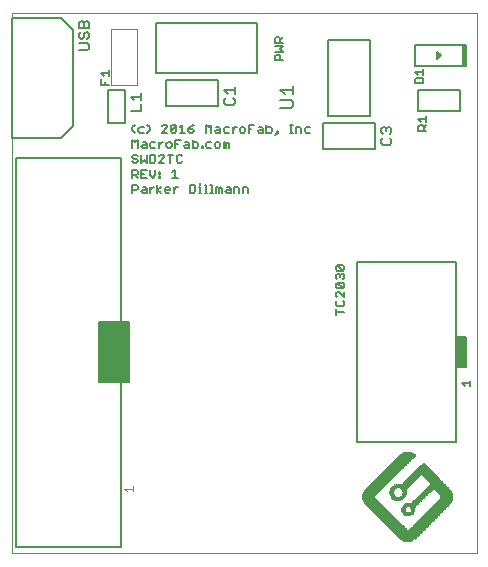
<source format=gto>
G75*
%MOIN*%
%OFA0B0*%
%FSLAX25Y25*%
%IPPOS*%
%LPD*%
%AMOC8*
5,1,8,0,0,1.08239X$1,22.5*
%
%ADD10C,0.00000*%
%ADD11C,0.00600*%
%ADD12C,0.00500*%
%ADD13C,0.00800*%
%ADD14C,0.00200*%
%ADD15R,0.00126X0.02370*%
%ADD16R,0.00124X0.03130*%
%ADD17R,0.00126X0.03630*%
%ADD18R,0.00125X0.03870*%
%ADD19R,0.00124X0.04370*%
%ADD20R,0.00126X0.04630*%
%ADD21R,0.00125X0.05130*%
%ADD22R,0.00124X0.05370*%
%ADD23R,0.00126X0.05630*%
%ADD24R,0.00125X0.05870*%
%ADD25R,0.00124X0.06130*%
%ADD26R,0.00126X0.06370*%
%ADD27R,0.00124X0.06630*%
%ADD28R,0.00126X0.06870*%
%ADD29R,0.00124X0.07130*%
%ADD30R,0.00125X0.07370*%
%ADD31R,0.00126X0.07630*%
%ADD32R,0.00125X0.07870*%
%ADD33R,0.00124X0.08130*%
%ADD34R,0.00126X0.08370*%
%ADD35R,0.00125X0.08630*%
%ADD36R,0.00124X0.08870*%
%ADD37R,0.00126X0.09130*%
%ADD38R,0.00125X0.09370*%
%ADD39R,0.00124X0.09630*%
%ADD40R,0.00126X0.09870*%
%ADD41R,0.00125X0.10130*%
%ADD42R,0.00125X0.10370*%
%ADD43R,0.00125X0.10630*%
%ADD44R,0.00124X0.10870*%
%ADD45R,0.00125X0.11130*%
%ADD46R,0.00126X0.11370*%
%ADD47R,0.00125X0.11630*%
%ADD48R,0.00125X0.05250*%
%ADD49R,0.00124X0.05250*%
%ADD50R,0.00124X0.05120*%
%ADD51R,0.00126X0.05120*%
%ADD52R,0.00125X0.05120*%
%ADD53R,0.00124X0.05130*%
%ADD54R,0.00126X0.05250*%
%ADD55R,0.00126X0.05130*%
%ADD56R,0.00125X0.05370*%
%ADD57R,0.00125X0.06130*%
%ADD58R,0.00125X0.06370*%
%ADD59R,0.00125X0.06630*%
%ADD60R,0.00125X0.06870*%
%ADD61R,0.00125X0.07130*%
%ADD62R,0.00124X0.07630*%
%ADD63R,0.00125X0.02870*%
%ADD64R,0.00125X0.04620*%
%ADD65R,0.00125X0.02880*%
%ADD66R,0.00125X0.04630*%
%ADD67R,0.00126X0.02870*%
%ADD68R,0.00126X0.04620*%
%ADD69R,0.00124X0.02880*%
%ADD70R,0.00124X0.04630*%
%ADD71R,0.00125X0.04500*%
%ADD72R,0.00125X0.04250*%
%ADD73R,0.00125X0.04000*%
%ADD74R,0.00125X0.03750*%
%ADD75R,0.00125X0.03500*%
%ADD76R,0.00125X0.03250*%
%ADD77R,0.00124X0.02870*%
%ADD78R,0.00124X0.03250*%
%ADD79R,0.00125X0.03120*%
%ADD80R,0.00125X0.03130*%
%ADD81R,0.00126X0.03250*%
%ADD82R,0.00124X0.03120*%
%ADD83R,0.00125X0.00250*%
%ADD84R,0.00125X0.00500*%
%ADD85R,0.00125X0.00630*%
%ADD86R,0.00126X0.05000*%
%ADD87R,0.00126X0.04000*%
%ADD88R,0.00126X0.00870*%
%ADD89R,0.00125X0.05000*%
%ADD90R,0.00125X0.04120*%
%ADD91R,0.00125X0.01130*%
%ADD92R,0.00124X0.05000*%
%ADD93R,0.00124X0.04250*%
%ADD94R,0.00124X0.01250*%
%ADD95R,0.00125X0.04870*%
%ADD96R,0.00125X0.04370*%
%ADD97R,0.00125X0.01500*%
%ADD98R,0.00125X0.04880*%
%ADD99R,0.00125X0.04380*%
%ADD100R,0.00125X0.01750*%
%ADD101R,0.00125X0.01880*%
%ADD102R,0.00125X0.04750*%
%ADD103R,0.00125X0.02120*%
%ADD104R,0.00125X0.02250*%
%ADD105R,0.00125X0.02370*%
%ADD106R,0.00125X0.01630*%
%ADD107R,0.00125X0.02000*%
%ADD108R,0.00125X0.02630*%
%ADD109R,0.00125X0.01380*%
%ADD110R,0.00125X0.02750*%
%ADD111R,0.00125X0.01370*%
%ADD112R,0.00126X0.04120*%
%ADD113R,0.00126X0.01250*%
%ADD114R,0.00126X0.01370*%
%ADD115R,0.00126X0.03130*%
%ADD116R,0.00125X0.01250*%
%ADD117R,0.00125X0.03370*%
%ADD118R,0.00125X0.01120*%
%ADD119R,0.00125X0.03620*%
%ADD120R,0.00125X0.05380*%
%ADD121R,0.00125X0.03630*%
%ADD122R,0.00124X0.03370*%
%ADD123R,0.00125X0.01870*%
%ADD124R,0.00125X0.05500*%
%ADD125R,0.00126X0.05500*%
%ADD126R,0.00126X0.01620*%
%ADD127R,0.00125X0.05630*%
%ADD128R,0.00125X0.05620*%
%ADD129R,0.00125X0.01620*%
%ADD130R,0.00124X0.05630*%
%ADD131R,0.00124X0.01750*%
%ADD132R,0.00124X0.05500*%
%ADD133R,0.00126X0.05620*%
%ADD134R,0.00126X0.03000*%
%ADD135R,0.00125X0.01000*%
%ADD136R,0.00124X0.05620*%
%ADD137R,0.00126X0.11250*%
%ADD138R,0.00124X0.11000*%
%ADD139R,0.00126X0.10750*%
%ADD140R,0.00124X0.10500*%
%ADD141R,0.00126X0.10250*%
%ADD142R,0.00124X0.10000*%
%ADD143R,0.00126X0.09750*%
%ADD144R,0.00125X0.09500*%
%ADD145R,0.00125X0.09250*%
%ADD146R,0.00125X0.09000*%
%ADD147R,0.00125X0.08750*%
%ADD148R,0.00125X0.08500*%
%ADD149R,0.00124X0.08370*%
%ADD150R,0.00126X0.08130*%
%ADD151R,0.00124X0.07870*%
%ADD152R,0.00124X0.07370*%
%ADD153R,0.00126X0.07130*%
%ADD154R,0.00124X0.06870*%
%ADD155R,0.00126X0.06630*%
%ADD156R,0.00124X0.06370*%
%ADD157R,0.00126X0.06130*%
%ADD158R,0.00124X0.05870*%
%ADD159R,0.00126X0.04370*%
%ADD160R,0.00124X0.03870*%
%ADD161R,0.00126X0.03370*%
%ADD162C,0.00300*%
D10*
X0001500Y0001500D02*
X0001500Y0181500D01*
X0156500Y0181500D01*
X0156500Y0001500D01*
X0001500Y0001500D01*
D11*
X0125246Y0137639D02*
X0124679Y0138206D01*
X0124679Y0139340D01*
X0125246Y0139907D01*
X0125246Y0141322D02*
X0124679Y0141889D01*
X0124679Y0143023D01*
X0125246Y0143590D01*
X0125813Y0143590D01*
X0126380Y0143023D01*
X0126948Y0143590D01*
X0127515Y0143590D01*
X0128082Y0143023D01*
X0128082Y0141889D01*
X0127515Y0141322D01*
X0127515Y0139907D02*
X0128082Y0139340D01*
X0128082Y0138206D01*
X0127515Y0137639D01*
X0125246Y0137639D01*
X0126380Y0142456D02*
X0126380Y0143023D01*
X0075818Y0151662D02*
X0075818Y0152797D01*
X0075251Y0153364D01*
X0075818Y0154778D02*
X0075818Y0157047D01*
X0075818Y0155913D02*
X0072415Y0155913D01*
X0073550Y0154778D01*
X0072982Y0153364D02*
X0072415Y0152797D01*
X0072415Y0151662D01*
X0072982Y0151095D01*
X0075251Y0151095D01*
X0075818Y0151662D01*
X0044531Y0151214D02*
X0044531Y0148946D01*
X0041128Y0148946D01*
X0042262Y0152629D02*
X0041128Y0153763D01*
X0044531Y0153763D01*
X0044531Y0152629D02*
X0044531Y0154897D01*
X0027330Y0169818D02*
X0027330Y0170952D01*
X0026763Y0171519D01*
X0023927Y0171519D01*
X0024494Y0172934D02*
X0025061Y0172934D01*
X0025628Y0173501D01*
X0025628Y0174635D01*
X0026196Y0175202D01*
X0026763Y0175202D01*
X0027330Y0174635D01*
X0027330Y0173501D01*
X0026763Y0172934D01*
X0024494Y0172934D02*
X0023927Y0173501D01*
X0023927Y0174635D01*
X0024494Y0175202D01*
X0023927Y0176617D02*
X0023927Y0178318D01*
X0024494Y0178885D01*
X0025061Y0178885D01*
X0025628Y0178318D01*
X0025628Y0176617D01*
X0023927Y0176617D02*
X0027330Y0176617D01*
X0027330Y0178318D01*
X0026763Y0178885D01*
X0026196Y0178885D01*
X0025628Y0178318D01*
X0027330Y0169818D02*
X0026763Y0169251D01*
X0023927Y0169251D01*
D12*
X0022055Y0176063D02*
X0022055Y0143937D01*
X0018118Y0140000D01*
X0001760Y0140000D01*
X0001760Y0180000D01*
X0018118Y0180000D01*
X0022055Y0176063D01*
X0031323Y0161648D02*
X0034026Y0161648D01*
X0034026Y0160748D02*
X0034026Y0162549D01*
X0032224Y0160748D02*
X0031323Y0161648D01*
X0031323Y0159603D02*
X0031323Y0157801D01*
X0034026Y0157801D01*
X0032674Y0157801D02*
X0032674Y0158702D01*
X0033744Y0156012D02*
X0033744Y0144988D01*
X0039256Y0144988D01*
X0039256Y0156012D01*
X0033744Y0156012D01*
X0042651Y0144452D02*
X0041750Y0143552D01*
X0041750Y0142651D01*
X0042651Y0141750D01*
X0043714Y0142200D02*
X0043714Y0143101D01*
X0044165Y0143552D01*
X0045516Y0143552D01*
X0046661Y0144452D02*
X0047562Y0143552D01*
X0047562Y0142651D01*
X0046661Y0141750D01*
X0045516Y0141750D02*
X0044165Y0141750D01*
X0043714Y0142200D01*
X0043552Y0139452D02*
X0043552Y0136750D01*
X0044697Y0137200D02*
X0045147Y0137651D01*
X0046498Y0137651D01*
X0046498Y0138101D02*
X0046498Y0136750D01*
X0045147Y0136750D01*
X0044697Y0137200D01*
X0045147Y0138552D02*
X0046048Y0138552D01*
X0046498Y0138101D01*
X0047643Y0138101D02*
X0047643Y0137200D01*
X0048093Y0136750D01*
X0049445Y0136750D01*
X0050590Y0136750D02*
X0050590Y0138552D01*
X0051490Y0138552D02*
X0051941Y0138552D01*
X0051490Y0138552D02*
X0050590Y0137651D01*
X0049445Y0138552D02*
X0048093Y0138552D01*
X0047643Y0138101D01*
X0047643Y0134452D02*
X0048994Y0134452D01*
X0049445Y0134002D01*
X0049445Y0132200D01*
X0048994Y0131750D01*
X0047643Y0131750D01*
X0047643Y0134452D01*
X0046498Y0134452D02*
X0046498Y0131750D01*
X0045597Y0132651D01*
X0044697Y0131750D01*
X0044697Y0134452D01*
X0043552Y0134002D02*
X0043101Y0134452D01*
X0042200Y0134452D01*
X0041750Y0134002D01*
X0041750Y0133552D01*
X0042200Y0133101D01*
X0043101Y0133101D01*
X0043552Y0132651D01*
X0043552Y0132200D01*
X0043101Y0131750D01*
X0042200Y0131750D01*
X0041750Y0132200D01*
X0041750Y0129452D02*
X0043101Y0129452D01*
X0043552Y0129002D01*
X0043552Y0128101D01*
X0043101Y0127651D01*
X0041750Y0127651D01*
X0042651Y0127651D02*
X0043552Y0126750D01*
X0044697Y0126750D02*
X0044697Y0129452D01*
X0046498Y0129452D01*
X0047643Y0129452D02*
X0047643Y0127651D01*
X0048544Y0126750D01*
X0049445Y0127651D01*
X0049445Y0129452D01*
X0050590Y0128552D02*
X0050590Y0128101D01*
X0051040Y0128101D01*
X0051040Y0128552D01*
X0050590Y0128552D01*
X0050590Y0127200D02*
X0050590Y0126750D01*
X0051040Y0126750D01*
X0051040Y0127200D01*
X0050590Y0127200D01*
X0050098Y0124452D02*
X0050098Y0121750D01*
X0050098Y0122651D02*
X0051450Y0123552D01*
X0052554Y0123101D02*
X0052554Y0122200D01*
X0053004Y0121750D01*
X0053905Y0121750D01*
X0054355Y0122651D02*
X0052554Y0122651D01*
X0052554Y0123101D02*
X0053004Y0123552D01*
X0053905Y0123552D01*
X0054355Y0123101D01*
X0054355Y0122651D01*
X0055500Y0122651D02*
X0056401Y0123552D01*
X0056852Y0123552D01*
X0055500Y0123552D02*
X0055500Y0121750D01*
X0051450Y0121750D02*
X0050098Y0122651D01*
X0048994Y0123552D02*
X0048544Y0123552D01*
X0047643Y0122651D01*
X0047643Y0121750D02*
X0047643Y0123552D01*
X0046498Y0123101D02*
X0046498Y0121750D01*
X0045147Y0121750D01*
X0044697Y0122200D01*
X0045147Y0122651D01*
X0046498Y0122651D01*
X0046498Y0123101D02*
X0046048Y0123552D01*
X0045147Y0123552D01*
X0043552Y0124002D02*
X0043101Y0124452D01*
X0041750Y0124452D01*
X0041750Y0121750D01*
X0041750Y0122651D02*
X0043101Y0122651D01*
X0043552Y0123101D01*
X0043552Y0124002D01*
X0044697Y0126750D02*
X0046498Y0126750D01*
X0045597Y0128101D02*
X0044697Y0128101D01*
X0041750Y0126750D02*
X0041750Y0129452D01*
X0038020Y0133461D02*
X0038020Y0003539D01*
X0002980Y0003539D01*
X0002980Y0133461D01*
X0038020Y0133461D01*
X0041750Y0136750D02*
X0041750Y0139452D01*
X0042651Y0138552D01*
X0043552Y0139452D01*
X0051572Y0141750D02*
X0053373Y0143552D01*
X0053373Y0144002D01*
X0052923Y0144452D01*
X0052022Y0144452D01*
X0051572Y0144002D01*
X0051572Y0141750D02*
X0053373Y0141750D01*
X0054518Y0142200D02*
X0054518Y0144002D01*
X0054969Y0144452D01*
X0055869Y0144452D01*
X0056320Y0144002D01*
X0054518Y0142200D01*
X0054969Y0141750D01*
X0055869Y0141750D01*
X0056320Y0142200D01*
X0056320Y0144002D01*
X0057465Y0143552D02*
X0058366Y0144452D01*
X0058366Y0141750D01*
X0059266Y0141750D02*
X0057465Y0141750D01*
X0057793Y0139452D02*
X0055991Y0139452D01*
X0055991Y0136750D01*
X0054847Y0137200D02*
X0054847Y0138101D01*
X0054396Y0138552D01*
X0053495Y0138552D01*
X0053045Y0138101D01*
X0053045Y0137200D01*
X0053495Y0136750D01*
X0054396Y0136750D01*
X0054847Y0137200D01*
X0055991Y0138101D02*
X0056892Y0138101D01*
X0058938Y0137200D02*
X0059388Y0137651D01*
X0060740Y0137651D01*
X0060740Y0138101D02*
X0060740Y0136750D01*
X0059388Y0136750D01*
X0058938Y0137200D01*
X0059388Y0138552D02*
X0060289Y0138552D01*
X0060740Y0138101D01*
X0061885Y0138552D02*
X0063236Y0138552D01*
X0063686Y0138101D01*
X0063686Y0137200D01*
X0063236Y0136750D01*
X0061885Y0136750D01*
X0061885Y0139452D01*
X0061762Y0141750D02*
X0060862Y0141750D01*
X0060411Y0142200D01*
X0060411Y0143101D01*
X0061762Y0143101D01*
X0062213Y0142651D01*
X0062213Y0142200D01*
X0061762Y0141750D01*
X0060411Y0143101D02*
X0061312Y0144002D01*
X0062213Y0144452D01*
X0066304Y0144452D02*
X0066304Y0141750D01*
X0067205Y0143552D02*
X0066304Y0144452D01*
X0067205Y0143552D02*
X0068106Y0144452D01*
X0068106Y0141750D01*
X0069251Y0142200D02*
X0069701Y0142651D01*
X0071052Y0142651D01*
X0071052Y0143101D02*
X0071052Y0141750D01*
X0069701Y0141750D01*
X0069251Y0142200D01*
X0069701Y0143552D02*
X0070602Y0143552D01*
X0071052Y0143101D01*
X0072197Y0143101D02*
X0072197Y0142200D01*
X0072648Y0141750D01*
X0073999Y0141750D01*
X0075144Y0141750D02*
X0075144Y0143552D01*
X0075144Y0142651D02*
X0076045Y0143552D01*
X0076495Y0143552D01*
X0077599Y0143101D02*
X0077599Y0142200D01*
X0078050Y0141750D01*
X0078950Y0141750D01*
X0079401Y0142200D01*
X0079401Y0143101D01*
X0078950Y0143552D01*
X0078050Y0143552D01*
X0077599Y0143101D01*
X0080546Y0143101D02*
X0081447Y0143101D01*
X0080546Y0144452D02*
X0082347Y0144452D01*
X0083943Y0143552D02*
X0084843Y0143552D01*
X0085294Y0143101D01*
X0085294Y0141750D01*
X0083943Y0141750D01*
X0083492Y0142200D01*
X0083943Y0142651D01*
X0085294Y0142651D01*
X0086439Y0143552D02*
X0087790Y0143552D01*
X0088240Y0143101D01*
X0088240Y0142200D01*
X0087790Y0141750D01*
X0086439Y0141750D01*
X0086439Y0144452D01*
X0089836Y0142200D02*
X0089836Y0141750D01*
X0090286Y0141750D01*
X0090286Y0142200D01*
X0089836Y0142200D01*
X0090286Y0141750D02*
X0089385Y0140849D01*
X0094296Y0141750D02*
X0095197Y0141750D01*
X0094747Y0141750D02*
X0094747Y0144452D01*
X0095197Y0144452D02*
X0094296Y0144452D01*
X0096261Y0143552D02*
X0096261Y0141750D01*
X0096261Y0143552D02*
X0097612Y0143552D01*
X0098062Y0143101D01*
X0098062Y0141750D01*
X0099207Y0142200D02*
X0099657Y0141750D01*
X0101009Y0141750D01*
X0101009Y0143552D02*
X0099657Y0143552D01*
X0099207Y0143101D01*
X0099207Y0142200D01*
X0105339Y0144831D02*
X0105339Y0136169D01*
X0122661Y0136169D01*
X0122661Y0144831D01*
X0105339Y0144831D01*
X0107110Y0147205D02*
X0120890Y0147205D01*
X0120890Y0172795D01*
X0107110Y0172795D01*
X0107110Y0147205D01*
X0091950Y0165840D02*
X0089248Y0165840D01*
X0089248Y0167191D01*
X0089698Y0167641D01*
X0090599Y0167641D01*
X0091049Y0167191D01*
X0091049Y0165840D01*
X0091950Y0168786D02*
X0089248Y0168786D01*
X0089248Y0170588D02*
X0091950Y0170588D01*
X0091049Y0169687D01*
X0091950Y0168786D01*
X0091950Y0171733D02*
X0089248Y0171733D01*
X0089248Y0173084D01*
X0089698Y0173534D01*
X0090599Y0173534D01*
X0091049Y0173084D01*
X0091049Y0171733D01*
X0091049Y0172633D02*
X0091950Y0173534D01*
X0083429Y0178465D02*
X0083429Y0161535D01*
X0049571Y0161535D01*
X0049571Y0178465D01*
X0083429Y0178465D01*
X0070161Y0159331D02*
X0052839Y0159331D01*
X0052839Y0150669D01*
X0070161Y0150669D01*
X0070161Y0159331D01*
X0072648Y0143552D02*
X0072197Y0143101D01*
X0072648Y0143552D02*
X0073999Y0143552D01*
X0073548Y0138552D02*
X0073999Y0138101D01*
X0073999Y0136750D01*
X0073098Y0136750D02*
X0073098Y0138101D01*
X0073548Y0138552D01*
X0073098Y0138101D02*
X0072648Y0138552D01*
X0072197Y0138552D01*
X0072197Y0136750D01*
X0071052Y0137200D02*
X0071052Y0138101D01*
X0070602Y0138552D01*
X0069701Y0138552D01*
X0069251Y0138101D01*
X0069251Y0137200D01*
X0069701Y0136750D01*
X0070602Y0136750D01*
X0071052Y0137200D01*
X0068106Y0136750D02*
X0066755Y0136750D01*
X0066304Y0137200D01*
X0066304Y0138101D01*
X0066755Y0138552D01*
X0068106Y0138552D01*
X0065281Y0137200D02*
X0065281Y0136750D01*
X0064831Y0136750D01*
X0064831Y0137200D01*
X0065281Y0137200D01*
X0058284Y0134002D02*
X0057834Y0134452D01*
X0056933Y0134452D01*
X0056483Y0134002D01*
X0056483Y0132200D01*
X0056933Y0131750D01*
X0057834Y0131750D01*
X0058284Y0132200D01*
X0055338Y0134452D02*
X0053536Y0134452D01*
X0054437Y0134452D02*
X0054437Y0131750D01*
X0052391Y0131750D02*
X0050590Y0131750D01*
X0052391Y0133552D01*
X0052391Y0134002D01*
X0051941Y0134452D01*
X0051040Y0134452D01*
X0050590Y0134002D01*
X0055910Y0129452D02*
X0055009Y0128552D01*
X0055910Y0129452D02*
X0055910Y0126750D01*
X0055009Y0126750D02*
X0056811Y0126750D01*
X0060902Y0124452D02*
X0060902Y0121750D01*
X0062253Y0121750D01*
X0062704Y0122200D01*
X0062704Y0124002D01*
X0062253Y0124452D01*
X0060902Y0124452D01*
X0063849Y0123552D02*
X0064299Y0123552D01*
X0064299Y0121750D01*
X0063849Y0121750D02*
X0064750Y0121750D01*
X0065813Y0121750D02*
X0066714Y0121750D01*
X0066264Y0121750D02*
X0066264Y0124452D01*
X0065813Y0124452D01*
X0064299Y0124452D02*
X0064299Y0124903D01*
X0067778Y0124452D02*
X0068228Y0124452D01*
X0068228Y0121750D01*
X0067778Y0121750D02*
X0068678Y0121750D01*
X0069742Y0121750D02*
X0069742Y0123552D01*
X0070192Y0123552D01*
X0070643Y0123101D01*
X0071093Y0123552D01*
X0071543Y0123101D01*
X0071543Y0121750D01*
X0070643Y0121750D02*
X0070643Y0123101D01*
X0072688Y0122200D02*
X0073139Y0122651D01*
X0074490Y0122651D01*
X0074490Y0123101D02*
X0074490Y0121750D01*
X0073139Y0121750D01*
X0072688Y0122200D01*
X0073139Y0123552D02*
X0074040Y0123552D01*
X0074490Y0123101D01*
X0075635Y0123552D02*
X0076986Y0123552D01*
X0077436Y0123101D01*
X0077436Y0121750D01*
X0078581Y0121750D02*
X0078581Y0123552D01*
X0079933Y0123552D01*
X0080383Y0123101D01*
X0080383Y0121750D01*
X0075635Y0121750D02*
X0075635Y0123552D01*
X0080546Y0141750D02*
X0080546Y0144452D01*
X0110076Y0097605D02*
X0111878Y0095803D01*
X0112328Y0096254D01*
X0112328Y0097155D01*
X0111878Y0097605D01*
X0110076Y0097605D01*
X0109626Y0097155D01*
X0109626Y0096254D01*
X0110076Y0095803D01*
X0111878Y0095803D01*
X0111878Y0094659D02*
X0112328Y0094208D01*
X0112328Y0093307D01*
X0111878Y0092857D01*
X0111878Y0091712D02*
X0112328Y0091262D01*
X0112328Y0090361D01*
X0111878Y0089910D01*
X0110076Y0091712D01*
X0111878Y0091712D01*
X0111878Y0089910D02*
X0110076Y0089910D01*
X0109626Y0090361D01*
X0109626Y0091262D01*
X0110076Y0091712D01*
X0110076Y0092857D02*
X0109626Y0093307D01*
X0109626Y0094208D01*
X0110076Y0094659D01*
X0110526Y0094659D01*
X0110977Y0094208D01*
X0111427Y0094659D01*
X0111878Y0094659D01*
X0110977Y0094208D02*
X0110977Y0093758D01*
X0110526Y0088765D02*
X0110076Y0088765D01*
X0109626Y0088315D01*
X0109626Y0087414D01*
X0110076Y0086964D01*
X0110076Y0085819D02*
X0109626Y0085369D01*
X0109626Y0084468D01*
X0110076Y0084017D01*
X0111878Y0084017D01*
X0112328Y0084468D01*
X0112328Y0085369D01*
X0111878Y0085819D01*
X0112328Y0086964D02*
X0110526Y0088765D01*
X0112328Y0088765D02*
X0112328Y0086964D01*
X0109626Y0082872D02*
X0109626Y0081071D01*
X0109626Y0081972D02*
X0112328Y0081972D01*
X0116465Y0098500D02*
X0116465Y0038500D01*
X0149535Y0038500D01*
X0149535Y0098500D01*
X0116465Y0098500D01*
X0149535Y0073500D02*
X0149535Y0063500D01*
X0153000Y0063500D01*
X0153000Y0073500D01*
X0149535Y0073500D01*
X0149535Y0073286D02*
X0153000Y0073286D01*
X0153000Y0072787D02*
X0149535Y0072787D01*
X0149535Y0072289D02*
X0153000Y0072289D01*
X0153000Y0071790D02*
X0149535Y0071790D01*
X0149535Y0071292D02*
X0153000Y0071292D01*
X0153000Y0070793D02*
X0149535Y0070793D01*
X0149535Y0070295D02*
X0153000Y0070295D01*
X0153000Y0069796D02*
X0149535Y0069796D01*
X0149535Y0069298D02*
X0153000Y0069298D01*
X0153000Y0068799D02*
X0149535Y0068799D01*
X0149535Y0068301D02*
X0153000Y0068301D01*
X0153000Y0067802D02*
X0149535Y0067802D01*
X0149535Y0067303D02*
X0153000Y0067303D01*
X0153000Y0066805D02*
X0149535Y0066805D01*
X0149535Y0066306D02*
X0153000Y0066306D01*
X0153000Y0065808D02*
X0149535Y0065808D01*
X0149535Y0065309D02*
X0153000Y0065309D01*
X0153000Y0064811D02*
X0149535Y0064811D01*
X0149535Y0064312D02*
X0153000Y0064312D01*
X0153000Y0063814D02*
X0149535Y0063814D01*
X0151648Y0058177D02*
X0154350Y0058177D01*
X0154350Y0057277D02*
X0154350Y0059078D01*
X0152548Y0057277D02*
X0151648Y0058177D01*
X0139781Y0142444D02*
X0137078Y0142444D01*
X0137078Y0143795D01*
X0137529Y0144245D01*
X0138430Y0144245D01*
X0138880Y0143795D01*
X0138880Y0142444D01*
X0138880Y0143344D02*
X0139781Y0144245D01*
X0139781Y0145390D02*
X0139781Y0147192D01*
X0139781Y0146291D02*
X0137078Y0146291D01*
X0137979Y0145390D01*
X0136913Y0148957D02*
X0151087Y0148957D01*
X0151087Y0156043D01*
X0136913Y0156043D01*
X0136913Y0148957D01*
X0136078Y0158215D02*
X0136078Y0159566D01*
X0136529Y0160017D01*
X0138330Y0160017D01*
X0138781Y0159566D01*
X0138781Y0158215D01*
X0136078Y0158215D01*
X0136979Y0161162D02*
X0136078Y0162063D01*
X0138781Y0162063D01*
X0138781Y0162963D02*
X0138781Y0161162D01*
X0135929Y0164154D02*
X0152071Y0164154D01*
X0152071Y0170846D01*
X0152858Y0170846D01*
X0152858Y0164154D01*
X0152071Y0164154D01*
X0152071Y0170846D01*
X0135929Y0170846D01*
X0135929Y0164154D01*
X0143409Y0166319D02*
X0143409Y0168681D01*
X0144591Y0167500D01*
X0143409Y0166319D01*
X0143409Y0166507D02*
X0143598Y0166507D01*
X0143409Y0167006D02*
X0144096Y0167006D01*
X0144586Y0167504D02*
X0143409Y0167504D01*
X0143409Y0168003D02*
X0144088Y0168003D01*
X0143589Y0168501D02*
X0143409Y0168501D01*
X0152071Y0168501D02*
X0152858Y0168501D01*
X0152858Y0168003D02*
X0152071Y0168003D01*
X0152071Y0167504D02*
X0152858Y0167504D01*
X0152858Y0167006D02*
X0152071Y0167006D01*
X0152071Y0166507D02*
X0152858Y0166507D01*
X0152858Y0166009D02*
X0152071Y0166009D01*
X0152071Y0165510D02*
X0152858Y0165510D01*
X0152858Y0165012D02*
X0152071Y0165012D01*
X0152071Y0164513D02*
X0152858Y0164513D01*
X0152858Y0169000D02*
X0152071Y0169000D01*
X0152071Y0169498D02*
X0152858Y0169498D01*
X0152858Y0169997D02*
X0152071Y0169997D01*
X0152071Y0170495D02*
X0152858Y0170495D01*
X0040520Y0078500D02*
X0040520Y0058500D01*
X0030500Y0058500D01*
X0030500Y0078500D01*
X0040520Y0078500D01*
X0040520Y0078271D02*
X0030500Y0078271D01*
X0030500Y0077772D02*
X0040520Y0077772D01*
X0040520Y0077274D02*
X0030500Y0077274D01*
X0030500Y0076775D02*
X0040520Y0076775D01*
X0040520Y0076277D02*
X0030500Y0076277D01*
X0030500Y0075778D02*
X0040520Y0075778D01*
X0040520Y0075280D02*
X0030500Y0075280D01*
X0030500Y0074781D02*
X0040520Y0074781D01*
X0040520Y0074283D02*
X0030500Y0074283D01*
X0030500Y0073784D02*
X0040520Y0073784D01*
X0040520Y0073286D02*
X0030500Y0073286D01*
X0030500Y0072787D02*
X0040520Y0072787D01*
X0040520Y0072289D02*
X0030500Y0072289D01*
X0030500Y0071790D02*
X0040520Y0071790D01*
X0040520Y0071292D02*
X0030500Y0071292D01*
X0030500Y0070793D02*
X0040520Y0070793D01*
X0040520Y0070295D02*
X0030500Y0070295D01*
X0030500Y0069796D02*
X0040520Y0069796D01*
X0040520Y0069298D02*
X0030500Y0069298D01*
X0030500Y0068799D02*
X0040520Y0068799D01*
X0040520Y0068301D02*
X0030500Y0068301D01*
X0030500Y0067802D02*
X0040520Y0067802D01*
X0040520Y0067303D02*
X0030500Y0067303D01*
X0030500Y0066805D02*
X0040520Y0066805D01*
X0040520Y0066306D02*
X0030500Y0066306D01*
X0030500Y0065808D02*
X0040520Y0065808D01*
X0040520Y0065309D02*
X0030500Y0065309D01*
X0030500Y0064811D02*
X0040520Y0064811D01*
X0040520Y0064312D02*
X0030500Y0064312D01*
X0030500Y0063814D02*
X0040520Y0063814D01*
X0040520Y0063315D02*
X0030500Y0063315D01*
X0030500Y0062817D02*
X0040520Y0062817D01*
X0040520Y0062318D02*
X0030500Y0062318D01*
X0030500Y0061820D02*
X0040520Y0061820D01*
X0040520Y0061321D02*
X0030500Y0061321D01*
X0030500Y0060823D02*
X0040520Y0060823D01*
X0040520Y0060324D02*
X0030500Y0060324D01*
X0030500Y0059826D02*
X0040520Y0059826D01*
X0040520Y0059327D02*
X0030500Y0059327D01*
X0030500Y0058829D02*
X0040520Y0058829D01*
D13*
X0091113Y0149987D02*
X0094616Y0149987D01*
X0095317Y0150688D01*
X0095317Y0152089D01*
X0094616Y0152790D01*
X0091113Y0152790D01*
X0092514Y0154591D02*
X0091113Y0155993D01*
X0095317Y0155993D01*
X0095317Y0157394D02*
X0095317Y0154591D01*
D14*
X0043331Y0157551D02*
X0034669Y0157551D01*
X0034669Y0176449D01*
X0043331Y0176449D01*
X0043331Y0157551D01*
D15*
X0148500Y0020375D03*
D16*
X0148375Y0020375D03*
D17*
X0148250Y0020375D03*
D18*
X0148124Y0020375D03*
X0132874Y0016125D03*
X0132749Y0016125D03*
X0133749Y0007375D03*
X0133874Y0007375D03*
X0133999Y0007375D03*
X0134124Y0007375D03*
X0133749Y0033375D03*
D19*
X0148000Y0020375D03*
D20*
X0147875Y0020375D03*
D21*
X0147749Y0020375D03*
X0144249Y0023875D03*
X0144001Y0024125D03*
X0143749Y0024375D03*
X0143499Y0024625D03*
X0142749Y0025375D03*
X0144001Y0016625D03*
X0143749Y0016375D03*
X0143499Y0016125D03*
X0142749Y0015375D03*
X0141999Y0014625D03*
X0141749Y0014375D03*
X0141001Y0013625D03*
X0140751Y0013375D03*
X0140499Y0013125D03*
X0140249Y0012875D03*
X0139501Y0012125D03*
X0139251Y0011875D03*
X0138999Y0011625D03*
X0138749Y0011375D03*
X0138499Y0011125D03*
X0138249Y0010875D03*
X0138001Y0010625D03*
X0137751Y0010375D03*
X0137499Y0010125D03*
X0137249Y0009875D03*
X0136999Y0009625D03*
X0136749Y0009375D03*
X0136251Y0008875D03*
X0132251Y0008125D03*
X0132376Y0032625D03*
D22*
X0132500Y0022625D03*
X0147625Y0020375D03*
D23*
X0147500Y0020375D03*
X0142250Y0025625D03*
X0119750Y0020375D03*
D24*
X0142124Y0025625D03*
X0147374Y0020375D03*
D25*
X0147250Y0020375D03*
D26*
X0147125Y0020375D03*
D27*
X0147000Y0020375D03*
D28*
X0146875Y0020375D03*
D29*
X0146750Y0020375D03*
D30*
X0146626Y0020375D03*
X0141374Y0025625D03*
D31*
X0146500Y0020375D03*
X0120750Y0020375D03*
D32*
X0146374Y0020375D03*
D33*
X0146250Y0020375D03*
D34*
X0146125Y0020375D03*
D35*
X0145999Y0020375D03*
D36*
X0145875Y0020375D03*
D37*
X0145750Y0020375D03*
D38*
X0145624Y0020375D03*
D39*
X0145500Y0020375D03*
D40*
X0145375Y0020375D03*
D41*
X0145249Y0020375D03*
D42*
X0145124Y0020375D03*
D43*
X0144999Y0020375D03*
D44*
X0144875Y0020375D03*
D45*
X0144751Y0020375D03*
D46*
X0144625Y0020375D03*
D47*
X0144499Y0020375D03*
D48*
X0144374Y0023685D03*
X0144374Y0017065D03*
X0144249Y0016935D03*
X0142874Y0015565D03*
X0141624Y0014315D03*
X0141499Y0014185D03*
X0141374Y0014065D03*
X0140124Y0012815D03*
X0139999Y0012685D03*
X0132126Y0008185D03*
X0132001Y0008315D03*
X0131876Y0008435D03*
X0132999Y0023185D03*
X0132001Y0032315D03*
X0132126Y0032435D03*
D49*
X0142500Y0025565D03*
X0144125Y0016815D03*
X0119625Y0020315D03*
D50*
X0138125Y0010750D03*
X0144125Y0024000D03*
D51*
X0143875Y0024250D03*
X0143875Y0016500D03*
X0140625Y0013250D03*
X0139125Y0011750D03*
X0137625Y0010250D03*
D52*
X0137876Y0010500D03*
X0138374Y0011000D03*
X0138624Y0011250D03*
X0138874Y0011500D03*
X0139376Y0012000D03*
X0139626Y0012250D03*
X0139874Y0012500D03*
X0140374Y0013000D03*
X0140876Y0013500D03*
X0141126Y0013750D03*
X0141874Y0014500D03*
X0142124Y0014750D03*
X0142376Y0015000D03*
X0142624Y0015250D03*
X0143126Y0015750D03*
X0143374Y0016000D03*
X0143624Y0016250D03*
X0137374Y0010000D03*
X0137124Y0009750D03*
X0136874Y0009500D03*
X0136624Y0009250D03*
X0136376Y0009000D03*
X0136126Y0008750D03*
X0143624Y0024500D03*
X0143374Y0024750D03*
X0143126Y0025000D03*
X0142874Y0025250D03*
X0142624Y0025500D03*
X0132251Y0032500D03*
D53*
X0143250Y0024875D03*
X0143250Y0015875D03*
X0142500Y0015125D03*
X0141250Y0013875D03*
X0139750Y0012375D03*
X0136500Y0009125D03*
D54*
X0143000Y0015685D03*
D55*
X0142250Y0014875D03*
X0143000Y0025125D03*
D56*
X0142376Y0025625D03*
X0132749Y0022875D03*
X0132251Y0022375D03*
X0131751Y0032125D03*
X0131626Y0008625D03*
D57*
X0141999Y0025625D03*
D58*
X0141874Y0025625D03*
D59*
X0141749Y0025625D03*
D60*
X0141624Y0025625D03*
D61*
X0141499Y0025625D03*
D62*
X0141250Y0025625D03*
D63*
X0141126Y0023125D03*
X0140876Y0022875D03*
X0140374Y0022375D03*
X0140124Y0022125D03*
X0139874Y0021875D03*
X0139626Y0021625D03*
X0139376Y0021375D03*
X0138874Y0020875D03*
X0138624Y0020625D03*
X0138374Y0020375D03*
X0137876Y0019875D03*
X0137374Y0019375D03*
X0137124Y0019125D03*
X0136874Y0018875D03*
X0136624Y0018625D03*
X0136376Y0018375D03*
X0136126Y0018125D03*
X0132251Y0016125D03*
X0118874Y0020375D03*
D64*
X0132874Y0007750D03*
X0141126Y0027250D03*
X0140876Y0027500D03*
X0140374Y0028000D03*
X0140124Y0028250D03*
X0139874Y0028500D03*
X0139626Y0028750D03*
X0139376Y0029000D03*
X0132999Y0033000D03*
D65*
X0134626Y0033750D03*
X0141001Y0023000D03*
X0140751Y0022750D03*
X0140499Y0022500D03*
X0140249Y0022250D03*
X0139999Y0022000D03*
X0139501Y0021500D03*
X0139251Y0021250D03*
X0138999Y0021000D03*
X0138749Y0020750D03*
X0138499Y0020500D03*
X0138249Y0020250D03*
X0138001Y0020000D03*
X0137751Y0019750D03*
X0137499Y0019500D03*
X0137249Y0019250D03*
X0136999Y0019000D03*
X0136749Y0018750D03*
X0136251Y0018250D03*
D66*
X0141001Y0027375D03*
X0140751Y0027625D03*
X0140499Y0027875D03*
X0140249Y0028125D03*
X0139999Y0028375D03*
X0139501Y0028875D03*
X0139251Y0029125D03*
X0138999Y0029375D03*
X0135001Y0007875D03*
D67*
X0137625Y0019625D03*
X0139125Y0021125D03*
X0140625Y0022625D03*
D68*
X0140625Y0027750D03*
X0139125Y0029250D03*
D69*
X0139750Y0021750D03*
X0136500Y0018500D03*
D70*
X0139750Y0028625D03*
X0119375Y0020375D03*
D71*
X0128751Y0021810D03*
X0138874Y0029440D03*
X0133124Y0033060D03*
X0134876Y0007810D03*
X0134751Y0007690D03*
X0132999Y0007690D03*
D72*
X0133249Y0007565D03*
X0134501Y0007565D03*
X0135001Y0016315D03*
X0135126Y0016435D03*
X0135251Y0016565D03*
X0128626Y0021815D03*
X0138749Y0029435D03*
X0133374Y0033185D03*
D73*
X0133624Y0033310D03*
X0138624Y0029440D03*
X0128501Y0021810D03*
X0133499Y0007440D03*
X0133624Y0007440D03*
X0134249Y0007440D03*
D74*
X0128376Y0021815D03*
X0138499Y0029435D03*
X0133874Y0033435D03*
D75*
X0134124Y0033560D03*
X0138374Y0029440D03*
X0128251Y0021810D03*
D76*
X0134501Y0025685D03*
X0134626Y0025815D03*
X0134751Y0025935D03*
X0135376Y0026565D03*
X0135501Y0026685D03*
X0135626Y0026815D03*
X0135874Y0027065D03*
X0136126Y0027315D03*
X0136251Y0027435D03*
X0136749Y0027935D03*
X0136874Y0028065D03*
X0136999Y0028185D03*
X0137124Y0028315D03*
X0137249Y0028435D03*
X0137374Y0028565D03*
X0137499Y0028685D03*
X0138249Y0029435D03*
D77*
X0138125Y0020125D03*
D78*
X0135750Y0026935D03*
X0138125Y0029315D03*
D79*
X0138001Y0029250D03*
X0137751Y0029000D03*
X0135251Y0026500D03*
X0135001Y0026250D03*
X0134249Y0025500D03*
X0133999Y0025250D03*
X0133749Y0025000D03*
X0133499Y0024750D03*
X0133249Y0024500D03*
X0134501Y0033750D03*
D80*
X0137876Y0029125D03*
X0136624Y0027875D03*
X0136376Y0027625D03*
X0135126Y0026375D03*
X0134876Y0026125D03*
X0134124Y0025375D03*
X0133874Y0025125D03*
X0133624Y0024875D03*
X0133374Y0024625D03*
X0132376Y0016125D03*
D81*
X0136000Y0027185D03*
X0137625Y0028815D03*
X0134375Y0033685D03*
D82*
X0136500Y0027750D03*
D83*
X0136376Y0034185D03*
D84*
X0136251Y0034190D03*
D85*
X0136126Y0034125D03*
D86*
X0119500Y0020310D03*
X0136000Y0008690D03*
D87*
X0136000Y0017440D03*
D88*
X0136000Y0034125D03*
D89*
X0133124Y0023440D03*
X0135874Y0008560D03*
X0132376Y0008060D03*
D90*
X0133374Y0007500D03*
X0135874Y0017250D03*
X0133499Y0033250D03*
D91*
X0135874Y0034125D03*
D92*
X0132500Y0032690D03*
X0135750Y0008440D03*
X0132500Y0007940D03*
D93*
X0135750Y0017065D03*
D94*
X0135750Y0034065D03*
D95*
X0132749Y0032875D03*
X0135626Y0008375D03*
X0135376Y0008125D03*
X0132624Y0007875D03*
D96*
X0133124Y0007625D03*
X0134626Y0007625D03*
X0135376Y0016625D03*
X0135626Y0016875D03*
X0133249Y0033125D03*
D97*
X0135626Y0034060D03*
X0131249Y0023810D03*
X0130874Y0023940D03*
X0130249Y0023940D03*
X0129874Y0023810D03*
X0129749Y0023810D03*
X0129624Y0019940D03*
X0129749Y0019810D03*
X0131501Y0019940D03*
X0131626Y0020060D03*
X0133374Y0017560D03*
X0133249Y0017440D03*
X0134626Y0017440D03*
D98*
X0135501Y0008250D03*
X0132624Y0032750D03*
D99*
X0135501Y0016750D03*
D100*
X0134751Y0017435D03*
X0132999Y0014935D03*
X0131876Y0016065D03*
X0129374Y0020065D03*
X0131876Y0020315D03*
X0129374Y0023565D03*
X0135501Y0034065D03*
D101*
X0135376Y0034000D03*
X0132999Y0017250D03*
D102*
X0129001Y0021815D03*
X0128876Y0021815D03*
X0132874Y0032935D03*
X0135251Y0008065D03*
X0135126Y0007935D03*
X0132749Y0007815D03*
D103*
X0132001Y0020500D03*
X0129126Y0023250D03*
X0135251Y0034000D03*
D104*
X0135126Y0033935D03*
X0131876Y0023565D03*
X0132001Y0016065D03*
X0118749Y0020315D03*
D105*
X0135001Y0033875D03*
D106*
X0131501Y0023625D03*
X0129499Y0023625D03*
X0131751Y0020125D03*
X0133124Y0017375D03*
X0134876Y0014875D03*
D107*
X0134876Y0017310D03*
X0131751Y0023560D03*
X0129126Y0020310D03*
X0127874Y0021810D03*
D108*
X0127999Y0021875D03*
X0132126Y0016125D03*
X0134876Y0033875D03*
D109*
X0130749Y0024000D03*
X0130624Y0024000D03*
X0130499Y0024000D03*
X0130374Y0024000D03*
X0130124Y0019750D03*
X0129999Y0019750D03*
X0129874Y0019750D03*
X0130999Y0019750D03*
X0131124Y0019750D03*
X0133124Y0014750D03*
X0134626Y0014750D03*
X0134751Y0014750D03*
X0134501Y0017500D03*
D110*
X0132001Y0023435D03*
X0134751Y0033815D03*
D111*
X0131124Y0023875D03*
X0130999Y0023875D03*
X0130124Y0023875D03*
X0129999Y0023875D03*
X0131249Y0019875D03*
X0133499Y0017625D03*
X0133624Y0017625D03*
X0133749Y0017625D03*
X0133874Y0017625D03*
X0133999Y0017625D03*
X0134124Y0017625D03*
X0134249Y0017625D03*
X0134501Y0014625D03*
X0133374Y0014625D03*
X0133249Y0014625D03*
D112*
X0134375Y0007500D03*
D113*
X0134375Y0014565D03*
D114*
X0134375Y0017625D03*
X0131375Y0019875D03*
D115*
X0134375Y0025625D03*
D116*
X0130874Y0019685D03*
X0130749Y0019685D03*
X0130624Y0019685D03*
X0130499Y0019685D03*
X0130374Y0019685D03*
X0130249Y0019685D03*
X0131751Y0016065D03*
X0133499Y0014565D03*
X0133624Y0014565D03*
X0134249Y0014565D03*
X0118624Y0020315D03*
D117*
X0134249Y0033625D03*
D118*
X0134124Y0014500D03*
X0133999Y0014500D03*
X0133874Y0014500D03*
X0133749Y0014500D03*
D119*
X0133999Y0033500D03*
D120*
X0131876Y0032250D03*
X0131501Y0032000D03*
X0132874Y0023000D03*
X0132624Y0022750D03*
X0132376Y0022500D03*
X0132126Y0022250D03*
X0131751Y0008500D03*
D121*
X0132624Y0016125D03*
D122*
X0132500Y0016125D03*
D123*
X0131626Y0023625D03*
D124*
X0127249Y0027810D03*
X0127124Y0027690D03*
X0126999Y0027560D03*
X0126874Y0027440D03*
X0126749Y0027310D03*
X0126624Y0027190D03*
X0126499Y0027060D03*
X0126374Y0026940D03*
X0126249Y0026810D03*
X0126001Y0026560D03*
X0125876Y0026440D03*
X0125751Y0026310D03*
X0125626Y0026190D03*
X0125501Y0026060D03*
X0125376Y0025940D03*
X0125251Y0025810D03*
X0124999Y0025560D03*
X0124874Y0025440D03*
X0124749Y0025310D03*
X0124624Y0025190D03*
X0124499Y0025060D03*
X0124374Y0024940D03*
X0124249Y0024810D03*
X0124124Y0024690D03*
X0123999Y0024560D03*
X0123874Y0024440D03*
X0123749Y0024310D03*
X0123624Y0024190D03*
X0127374Y0027940D03*
X0127499Y0028060D03*
X0127624Y0028190D03*
X0127749Y0028310D03*
X0127874Y0028440D03*
X0127999Y0028560D03*
X0128251Y0028810D03*
X0128376Y0028940D03*
X0128501Y0029060D03*
X0128626Y0029190D03*
X0128751Y0029310D03*
X0128876Y0029440D03*
X0129001Y0029560D03*
X0129126Y0029690D03*
X0129374Y0029940D03*
X0129499Y0030060D03*
X0129624Y0030190D03*
X0129749Y0030310D03*
X0129874Y0030440D03*
X0129999Y0030560D03*
X0130124Y0030690D03*
X0130249Y0030810D03*
X0130374Y0030940D03*
X0130499Y0031060D03*
X0130624Y0031190D03*
X0130749Y0031310D03*
X0130874Y0031440D03*
X0130999Y0031560D03*
X0131124Y0031690D03*
X0131249Y0031810D03*
X0131626Y0032060D03*
X0131124Y0009060D03*
X0131249Y0008940D03*
X0131501Y0008690D03*
D125*
X0131375Y0008810D03*
X0123125Y0016940D03*
X0122875Y0017190D03*
X0122875Y0023440D03*
X0123125Y0023690D03*
X0123375Y0023940D03*
X0125125Y0025690D03*
X0128125Y0028690D03*
X0131375Y0031940D03*
D126*
X0131375Y0023750D03*
D127*
X0124999Y0015125D03*
X0124749Y0015375D03*
X0124499Y0015625D03*
X0124249Y0015875D03*
X0123999Y0016125D03*
X0123749Y0016375D03*
X0125251Y0014875D03*
X0125501Y0014625D03*
X0125751Y0014375D03*
X0126001Y0014125D03*
X0126249Y0013875D03*
X0126499Y0013625D03*
X0126749Y0013375D03*
X0126999Y0013125D03*
X0127249Y0012875D03*
X0127499Y0012625D03*
X0127749Y0012375D03*
X0127999Y0012125D03*
X0128251Y0011875D03*
X0128501Y0011625D03*
X0128751Y0011375D03*
X0129001Y0011125D03*
X0129499Y0010625D03*
X0129749Y0010375D03*
X0129999Y0010125D03*
X0130249Y0009875D03*
X0130499Y0009625D03*
X0130749Y0009375D03*
X0130999Y0009125D03*
D128*
X0130874Y0009250D03*
X0130624Y0009500D03*
X0130374Y0009750D03*
X0130124Y0010000D03*
X0129874Y0010250D03*
X0129624Y0010500D03*
X0129374Y0010750D03*
X0129126Y0011000D03*
X0128876Y0011250D03*
X0128626Y0011500D03*
X0128376Y0011750D03*
X0127874Y0012250D03*
X0127624Y0012500D03*
X0127374Y0012750D03*
X0127124Y0013000D03*
X0126874Y0013250D03*
X0126624Y0013500D03*
X0126374Y0013750D03*
X0125876Y0014250D03*
X0125626Y0014500D03*
X0125376Y0014750D03*
X0124874Y0015250D03*
X0124624Y0015500D03*
X0124374Y0015750D03*
X0124124Y0016000D03*
X0123874Y0016250D03*
X0123624Y0016500D03*
D129*
X0129499Y0020000D03*
X0129624Y0023750D03*
D130*
X0123250Y0016875D03*
X0123500Y0016625D03*
X0122750Y0017375D03*
X0129250Y0010875D03*
D131*
X0129250Y0020185D03*
X0129250Y0023435D03*
D132*
X0126125Y0026690D03*
X0123500Y0024060D03*
X0123250Y0023810D03*
X0123000Y0023560D03*
X0123000Y0017060D03*
X0129250Y0029810D03*
D133*
X0123375Y0016750D03*
X0125125Y0015000D03*
X0128125Y0012000D03*
D134*
X0128125Y0021810D03*
D135*
X0127749Y0021810D03*
D136*
X0122750Y0023250D03*
X0126125Y0014000D03*
D137*
X0122625Y0020315D03*
D138*
X0122500Y0020310D03*
D139*
X0122375Y0020315D03*
D140*
X0122250Y0020310D03*
D141*
X0122125Y0020315D03*
D142*
X0122000Y0020310D03*
D143*
X0121875Y0020315D03*
D144*
X0121749Y0020310D03*
D145*
X0121624Y0020315D03*
D146*
X0121499Y0020310D03*
D147*
X0121374Y0020315D03*
D148*
X0121249Y0020310D03*
D149*
X0121125Y0020375D03*
D150*
X0121000Y0020375D03*
D151*
X0120875Y0020375D03*
D152*
X0120625Y0020375D03*
D153*
X0120500Y0020375D03*
D154*
X0120375Y0020375D03*
D155*
X0120250Y0020375D03*
D156*
X0120125Y0020375D03*
D157*
X0120000Y0020375D03*
D158*
X0119875Y0020375D03*
D159*
X0119250Y0020375D03*
D160*
X0119125Y0020375D03*
D161*
X0119000Y0020375D03*
D162*
X0041950Y0022177D02*
X0041950Y0024112D01*
X0041950Y0023144D02*
X0039048Y0023144D01*
X0040015Y0022177D01*
M02*

</source>
